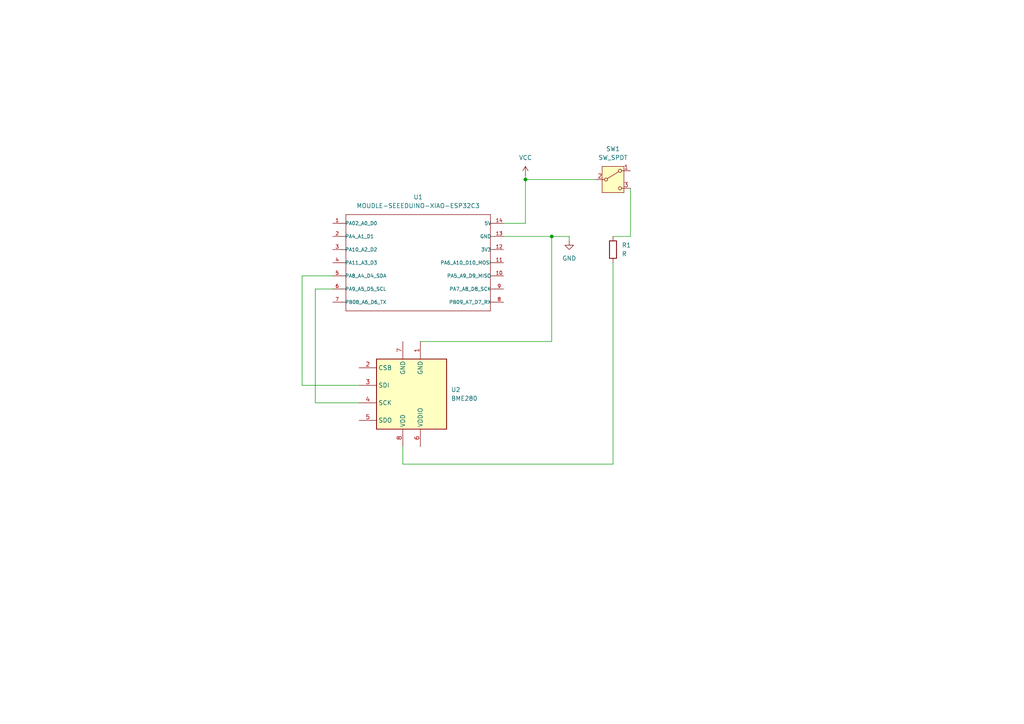
<source format=kicad_sch>
(kicad_sch (version 20231120) (generator "eeschema") (generator_version "8.0")
  (paper "A4")
  (title_block (title "kombucha sensor pcb") (date "2025-01-25") (rev "v1.0") (company "Chang Li"))
  (lib_symbols
    (symbol "Device:R" (pin_numbers hide) (pin_names (offset 0))
      (property "Reference" "R" (at 2.032 0 90))
      (property "Value" "R" (at 0 0 90))
      (symbol "R_0_1"
        (rectangle (start -1.016 -2.54) (end 1.016 2.54) (stroke (width 0.254)))
      )
      (symbol "R_1_1"
        (pin passive line (at 0 3.81 270) (length 1.27) (name "~") (number "1"))
        (pin passive line (at 0 -3.81 90) (length 1.27) (name "~") (number "2"))
      )
    )
    (symbol "ESP32 XIAO:MOUDLE-SEEEDUINO-XIAO-ESP32C3" (pin_names (offset 1.016))
      (property "Reference" "U" (at -21.59 15.24 0))
      (property "Value" "MOUDLE-SEEEDUINO-XIAO-ESP32C3" (at -21.59 13.97 0))
      (symbol "MOUDLE-SEEEDUINO-XIAO-ESP32C3_0_0"
        (polyline (pts (xy -21.59 -13.97) (xy -21.59 0)) (stroke (width 0.1524)))
        (polyline (pts (xy -21.59 -11.43) (xy -22.86 -11.43)) (stroke (width 0.1524)))
        (polyline (pts (xy -21.59 -7.62) (xy -22.86 -7.62)) (stroke (width 0.1524)))
        (polyline (pts (xy -21.59 -3.81) (xy -22.86 -3.81)) (stroke (width 0.1524)))
        (polyline (pts (xy -21.59 0) (xy -22.86 0)) (stroke (width 0.1524)))
        (polyline (pts (xy -21.59 0) (xy -21.59 3.81)) (stroke (width 0.1524)))
        (polyline (pts (xy -21.59 3.81) (xy -22.86 3.81)) (stroke (width 0.1524)))
        (polyline (pts (xy -21.59 3.81) (xy -21.59 7.62)) (stroke (width 0.1524)))
        (polyline (pts (xy -21.59 7.62) (xy -22.86 7.62)) (stroke (width 0.1524)))
        (polyline (pts (xy -21.59 7.62) (xy -21.59 11.43)) (stroke (width 0.1524)))
        (polyline (pts (xy -21.59 11.43) (xy -22.86 11.43)) (stroke (width 0.1524)))
        (polyline (pts (xy -21.59 11.43) (xy -21.59 13.97)) (stroke (width 0.1524)))
        (polyline (pts (xy -21.59 13.97) (xy 20.32 13.97)) (stroke (width 0.1524)))
        (polyline (pts (xy 20.32 -13.97) (xy -21.59 -13.97)) (stroke (width 0.1524)))
        (polyline (pts (xy 20.32 3.81) (xy 20.32 -13.97)) (stroke (width 0.1524)))
        (polyline (pts (xy 20.32 7.62) (xy 20.32 3.81)) (stroke (width 0.1524)))
        (polyline (pts (xy 20.32 11.43) (xy 20.32 7.62)) (stroke (width 0.1524)))
        (polyline (pts (xy 20.32 13.97) (xy 20.32 11.43)) (stroke (width 0.1524)))
        (polyline (pts (xy 21.59 -11.43) (xy 20.32 -11.43)) (stroke (width 0.1524)))
        (polyline (pts (xy 21.59 -7.62) (xy 20.32 -7.62)) (stroke (width 0.1524)))
        (polyline (pts (xy 21.59 -3.81) (xy 20.32 -3.81)) (stroke (width 0.1524)))
        (polyline (pts (xy 21.59 0) (xy 20.32 0)) (stroke (width 0.1524)))
        (polyline (pts (xy 21.59 3.81) (xy 20.32 3.81)) (stroke (width 0.1524)))
        (polyline (pts (xy 21.59 7.62) (xy 20.32 7.62)) (stroke (width 0.1524)))
        (polyline (pts (xy 21.59 11.43) (xy 20.32 11.43)) (stroke (width 0.1524)))
        (pin bidirectional line (at -25.4 11.43 0) (length 2.54) (name "PA02_A0_D0") (number "1"))
        (pin bidirectional line (at 24.13 -3.81 180) (length 2.54) (name "PA5_A9_D9_MISO") (number "10"))
        (pin bidirectional line (at 24.13 0 180) (length 2.54) (name "PA6_A10_D10_MOSI") (number "11"))
        (pin bidirectional line (at 24.13 3.81 180) (length 2.54) (name "3V3") (number "12"))
        (pin bidirectional line (at 24.13 7.62 180) (length 2.54) (name "GND") (number "13"))
        (pin bidirectional line (at 24.13 11.43 180) (length 2.54) (name "5V") (number "14"))
        (pin bidirectional line (at -25.4 7.62 0) (length 2.54) (name "PA4_A1_D1") (number "2"))
        (pin bidirectional line (at -25.4 3.81 0) (length 2.54) (name "PA10_A2_D2") (number "3"))
        (pin bidirectional line (at -25.4 0 0) (length 2.54) (name "PA11_A3_D3") (number "4"))
        (pin bidirectional line (at -25.4 -3.81 0) (length 2.54) (name "PA8_A4_D4_SDA") (number "5"))
        (pin bidirectional line (at -25.4 -7.62 0) (length 2.54) (name "PA9_A5_D5_SCL") (number "6"))
        (pin bidirectional line (at -25.4 -11.43 0) (length 2.54) (name "PB08_A6_D6_TX") (number "7"))
        (pin bidirectional line (at 24.13 -11.43 180) (length 2.54) (name "PB09_A7_D7_RX") (number "8"))
        (pin bidirectional line (at 24.13 -7.62 180) (length 2.54) (name "PA7_A8_D8_SCK") (number "9"))
      )
    )
    (symbol "Sensor:BME280"
      (property "Reference" "U" (at -8.89 11.43 0))
      (property "Value" "BME280" (at 7.62 11.43 0))
      (symbol "BME280_0_1"
        (rectangle (start -10.16 10.16) (end 10.16 -10.16) (stroke (width 0.254)) (fill (type background)))
      )
      (symbol "BME280_1_1"
        (pin power_in line (at -2.54 -15.24 90) (length 5.08) (name "GND") (number "1"))
        (pin input line (at 15.24 -7.62 180) (length 5.08) (name "CSB") (number "2"))
        (pin bidirectional line (at 15.24 -2.54 180) (length 5.08) (name "SDI") (number "3"))
        (pin input line (at 15.24 2.54 180) (length 5.08) (name "SCK") (number "4"))
        (pin bidirectional line (at 15.24 7.62 180) (length 5.08) (name "SDO") (number "5"))
        (pin power_in line (at -2.54 15.24 270) (length 5.08) (name "VDDIO") (number "6"))
        (pin power_in line (at 2.54 -15.24 90) (length 5.08) (name "GND") (number "7"))
        (pin power_in line (at 2.54 15.24 270) (length 5.08) (name "VDD") (number "8"))
      )
    )
    (symbol "Switch:SW_SPDT" (pin_names (offset 0) hide)
      (property "Reference" "SW" (at 0 5.08 0))
      (property "Value" "SW_SPDT" (at 0 -5.08 0))
      (symbol "SW_SPDT_0_1"
        (circle (center -2.032 0) (radius 0.4572))
        (polyline (pts (xy -1.651 0.254) (xy 1.651 2.286)))
        (circle (center 2.032 -2.54) (radius 0.4572))
        (circle (center 2.032 2.54) (radius 0.4572))
      )
      (symbol "SW_SPDT_1_1"
        (rectangle (start -3.175 3.81) (end 3.175 -3.81) (fill (type background)))
        (pin passive line (at 5.08 2.54 180) (length 2.54) (name "A") (number "1"))
        (pin passive line (at -5.08 0 0) (length 2.54) (name "B") (number "2"))
        (pin passive line (at 5.08 -2.54 180) (length 2.54) (name "C") (number "3"))
      )
    )
    (symbol "power:GND" (power) (pin_numbers hide) (pin_names (offset 0) hide)
      (property "Value" "GND" (at 0 -3.81 0))
      (symbol "GND_0_1"
        (polyline (pts (xy 0 0) (xy 0 -1.27) (xy 1.27 -1.27) (xy 0 -2.54) (xy -1.27 -1.27) (xy 0 -1.27)))
      )
      (symbol "GND_1_1"
        (pin power_in line (at 0 0 270) (length 0) (name "~") (number "1"))
      )
    )
    (symbol "power:VCC" (power) (pin_numbers hide) (pin_names (offset 0) hide)
      (property "Value" "VCC" (at 0 3.556 0))
      (symbol "VCC_0_1"
        (polyline (pts (xy -0.762 1.27) (xy 0 2.54)))
        (polyline (pts (xy 0 0) (xy 0 2.54)))
        (polyline (pts (xy 0 2.54) (xy 0.762 1.27)))
      )
      (symbol "VCC_1_1"
        (pin power_in line (at 0 0 90) (length 0) (name "~") (number "1"))
      )
    )
  )
  (junction (at 152.4 52.07))
  (junction (at 160.02 68.58))
  (wire (pts (xy 96.52 83.82) (xy 91.44 83.82)))
  (wire (pts (xy 177.8 76.2) (xy 177.8 134.62)))
  (wire (pts (xy 152.4 52.07) (xy 152.4 50.8)))
  (wire (pts (xy 146.05 64.77) (xy 152.4 64.77)))
  (wire (pts (xy 87.63 111.76) (xy 104.14 111.76)))
  (wire (pts (xy 182.88 54.61) (xy 182.88 68.58)))
  (wire (pts (xy 165.1 68.58) (xy 165.1 69.85)))
  (wire (pts (xy 160.02 68.58) (xy 165.1 68.58)))
  (wire (pts (xy 182.88 68.58) (xy 177.8 68.58)))
  (wire (pts (xy 116.84 129.54) (xy 116.84 134.62)))
  (wire (pts (xy 152.4 64.77) (xy 152.4 52.07)))
  (wire (pts (xy 96.52 80.01) (xy 87.63 80.01)))
  (wire (pts (xy 87.63 80.01) (xy 87.63 111.76)))
  (wire (pts (xy 160.02 99.06) (xy 160.02 68.58)))
  (wire (pts (xy 91.44 116.84) (xy 104.14 116.84)))
  (wire (pts (xy 146.05 68.58) (xy 160.02 68.58)))
  (wire (pts (xy 177.8 134.62) (xy 116.84 134.62)))
  (wire (pts (xy 91.44 83.82) (xy 91.44 116.84)))
  (wire (pts (xy 121.92 99.06) (xy 160.02 99.06)))
  (wire (pts (xy 152.4 52.07) (xy 172.72 52.07)))
  (symbol (lib_id "power:GND") (at 165.1 69.85 0) (unit 1)
    (property "Reference" "#PWR02" (effects (hide yes)))
    (property "Value" "GND" (at 165.1 74.93 0))
    (property "Description" "Power symbol creates a global label with name \"GND\" , ground" (effects (hide yes)))
  )
  (symbol (lib_id "power:VCC") (at 152.4 50.8 0) (unit 1)
    (property "Reference" "#PWR01" (effects (hide yes)))
    (property "Value" "VCC" (at 152.4 45.72 0))
    (property "Description" "Power symbol creates a global label with name \"VCC\"" (effects (hide yes)))
  )
  (symbol (lib_id "ESP32 XIAO:MOUDLE-SEEEDUINO-XIAO-ESP32C3") (at 121.92 76.2 0) (unit 1)
    (property "Reference" "U1" (at 121.285 57.15 0))
    (property "Value" "MOUDLE-SEEEDUINO-XIAO-ESP32C3" (at 121.285 59.69 0))
    (property "Footprint" "MOUDLE14P-SMD-2.54-21X17.8MM" (effects (hide yes)))
  )
  (symbol (lib_id "Switch:SW_SPDT") (at 177.8 52.07 0) (unit 1)
    (property "Reference" "SW1" (at 177.8 43.18 0))
    (property "Value" "SW_SPDT" (at 177.8 45.72 0))
    (property "Description" "Switch, single pole double throw" (effects (hide yes)))
  )
  (symbol (lib_id "Sensor:BME280") (at 119.38 114.3 180) (unit 1)
    (property "Reference" "U2" (at 130.81 113.0299 0) (effects (justify right)))
    (property "Value" "BME280" (at 130.81 115.5699 0) (effects (justify right)))
    (property "Footprint" "Package_LGA:Bosch_LGA-8_2.5x2.5mm_P0.65mm_ClockwisePinNumbering" (effects (hide yes)))
    (property "Datasheet" "https://www.bosch-sensortec.com/media/boschsensortec/downloads/datasheets/bst-bme280-ds002.pdf" (effects (hide yes)))
    (property "Description" "3-in-1 sensor, humidity, pressure, temperature, I2C and SPI interface, 1.71-3.6V, LGA-8" (effects (hide yes)))
  )
  (symbol (lib_id "Device:R") (at 177.8 72.39 0) (unit 1)
    (property "Reference" "R1" (at 180.34 71.1199 0) (effects (justify left)))
    (property "Value" "R" (at 180.34 73.6599 0) (effects (justify left)))
    (property "Description" "Resistor" (effects (hide yes)))
  )
)
</source>
